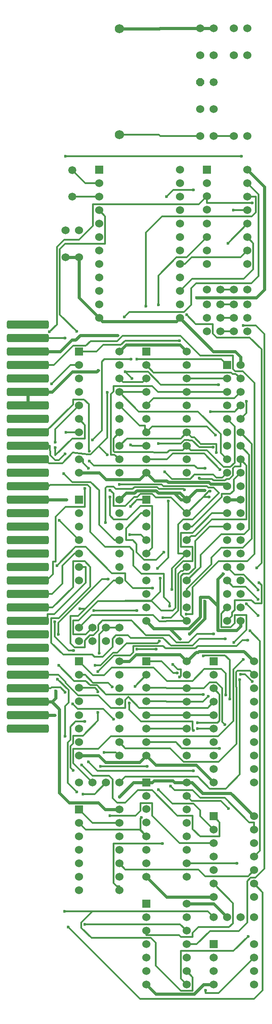
<source format=gbl>
G04 Layer_Physical_Order=2*
G04 Layer_Color=16711680*
%FSLAX44Y44*%
%MOMM*%
G71*
G01*
G75*
G04:AMPARAMS|DCode=10|XSize=1.57mm|YSize=8mm|CornerRadius=0.3925mm|HoleSize=0mm|Usage=FLASHONLY|Rotation=90.000|XOffset=0mm|YOffset=0mm|HoleType=Round|Shape=RoundedRectangle|*
%AMROUNDEDRECTD10*
21,1,1.5700,7.2150,0,0,90.0*
21,1,0.7850,8.0000,0,0,90.0*
1,1,0.7850,3.6075,0.3925*
1,1,0.7850,3.6075,-0.3925*
1,1,0.7850,-3.6075,-0.3925*
1,1,0.7850,-3.6075,0.3925*
%
%ADD10ROUNDEDRECTD10*%
%ADD11C,0.6000*%
%ADD12C,0.3000*%
%ADD13C,1.5240*%
%ADD14R,1.5240X1.5240*%
%ADD15C,1.5000*%
%ADD16P,1.6236X8X202.5*%
%ADD17C,1.7500*%
%ADD18C,0.6000*%
D10*
X43180Y787400D02*
D03*
Y736600D02*
D03*
Y762000D02*
D03*
Y863600D02*
D03*
Y889000D02*
D03*
Y812800D02*
D03*
Y838200D02*
D03*
Y584200D02*
D03*
Y609600D02*
D03*
Y533400D02*
D03*
Y558800D02*
D03*
Y685800D02*
D03*
Y711200D02*
D03*
Y635000D02*
D03*
Y660400D02*
D03*
Y1168400D02*
D03*
Y1193800D02*
D03*
Y1117600D02*
D03*
Y1143000D02*
D03*
Y1270000D02*
D03*
Y1295400D02*
D03*
Y1219200D02*
D03*
Y1244600D02*
D03*
Y965200D02*
D03*
Y990600D02*
D03*
Y914400D02*
D03*
Y939800D02*
D03*
Y1066800D02*
D03*
Y1092200D02*
D03*
Y1016000D02*
D03*
Y1041400D02*
D03*
D11*
X419100Y965200D02*
X444500D01*
X43180Y1143000D02*
Y1168400D01*
X114300Y1422400D02*
X139700D01*
X368300Y1854200D02*
X393700D01*
X215900Y1853540D02*
X291593D01*
X292253Y1854200D01*
X368300D01*
X88901Y584200D02*
X96013Y591312D01*
Y604521D01*
X323802Y1301702D02*
X330200Y1308100D01*
X184198Y1301702D02*
X323802D01*
X177800Y1308100D02*
X184198Y1301702D01*
X254001Y1003301D02*
X266700Y1016000D01*
X190170Y1003301D02*
X254001D01*
X177471Y1016000D02*
X190170Y1003301D01*
X139700Y1016000D02*
X177471D01*
X43180Y965200D02*
X115825D01*
X330200Y673101D02*
X342900Y660400D01*
X247397Y673101D02*
X330200D01*
X234697Y660400D02*
X247397Y673101D01*
X215900Y660400D02*
X234697D01*
X280355Y722945D02*
X310328D01*
X141987Y1275589D02*
X212599D01*
X133097Y1266699D02*
X141987Y1275589D01*
X125985Y1266699D02*
X133097D01*
X103886Y1244600D02*
X125985Y1266699D01*
X43180Y1244600D02*
X103886D01*
X444500Y726441D02*
Y736600D01*
X319754Y977773D02*
X332327Y965200D01*
X342900D01*
X330200Y977901D02*
X342900Y965200D01*
X284321Y982821D02*
X289241Y977901D01*
X249080Y982821D02*
X284321D01*
X244160Y977901D02*
X249080Y982821D01*
X228601Y977901D02*
X244160D01*
X215900Y965200D02*
X228601Y977901D01*
X342900Y431800D02*
X352741D01*
X372681Y411861D01*
X426340D01*
X469900Y368300D01*
X450797Y679503D02*
X469900Y660400D01*
X365784Y679503D02*
X450797D01*
X364302Y678021D02*
X365784Y679503D01*
X360521Y678021D02*
X364302D01*
X342900Y660400D02*
X360521Y678021D01*
X414570Y995130D02*
X419100Y990600D01*
X411321Y995130D02*
X414570D01*
X411321Y995129D02*
Y995130D01*
X387523Y995129D02*
X411321D01*
X384487Y998166D02*
X387523Y995129D01*
X307872Y998166D02*
X384487D01*
X305217Y1000822D02*
X307872Y998166D01*
X281879Y1000822D02*
X305217D01*
X266700Y1016000D02*
X281879Y1000822D01*
X43180Y558800D02*
X63501D01*
X347033Y722885D02*
X368683Y744535D01*
Y782193D01*
X384683D01*
X401321Y765555D01*
Y718821D02*
Y765555D01*
Y718821D02*
X436880D01*
X444500Y726441D01*
X320017Y431800D02*
X342900D01*
X316704Y435113D02*
X320017Y431800D01*
X281264Y435113D02*
X316704D01*
X277950Y431800D02*
X281264Y435113D01*
X266700Y431800D02*
X277950D01*
X215900Y405131D02*
X242570Y431800D01*
X266700D01*
X342900Y203200D02*
X393700D01*
X419100Y177800D01*
X43180Y584200D02*
X88901D01*
X102617Y412497D02*
X121413Y393701D01*
X176023D01*
X188723Y381000D01*
X215900D01*
X342900Y965200D02*
X361443Y983743D01*
X376683D01*
Y741221D02*
Y774193D01*
X347727Y712265D02*
X376683Y741221D01*
X215900Y1244600D02*
X228601Y1257301D01*
X330200D01*
X342900Y1244600D01*
X457200Y1587500D02*
X489030Y1555670D01*
Y1361441D02*
Y1555670D01*
X473790Y1346201D02*
X489030Y1361441D01*
X361189Y1346201D02*
X473790D01*
X43180Y1168400D02*
X88901D01*
X127001Y1206501D01*
X172975D01*
X176023Y1209549D01*
X139700Y1346200D02*
X177800Y1308100D01*
X139700Y1346200D02*
Y1422400D01*
X444500Y1219200D02*
Y1234530D01*
X434025Y1245005D02*
X444500Y1234530D01*
X393295Y1245005D02*
X434025D01*
X330200Y1308100D02*
X393295Y1245005D01*
X266700Y254000D02*
X304800Y215900D01*
X393700D01*
X374650Y50800D02*
X393700D01*
X357030Y33180D02*
X374650Y50800D01*
X284321Y33180D02*
X357030D01*
X266700Y50800D02*
X284321Y33180D01*
X254001Y469901D02*
X266700Y482600D01*
X189819Y469901D02*
X254001D01*
X177119Y482600D02*
X189819Y469901D01*
X139700Y482600D02*
X177119D01*
X266700D02*
X284321Y464980D01*
X360521D01*
X393700Y431800D01*
X289241Y977901D02*
X330200D01*
X280416Y722885D02*
X310389D01*
X347033D01*
X266700Y736600D02*
X280355Y722945D01*
X280416Y722885D01*
X310328Y722945D02*
X310389Y722885D01*
X330201Y703073D01*
X401321Y765555D02*
Y815341D01*
X88901Y584200D02*
X102617Y570484D01*
Y412497D02*
Y570484D01*
X72390Y558800D02*
X93980D01*
X411480Y825500D02*
X411480D01*
X401321Y815341D02*
X411480Y825500D01*
D12*
X127000Y1536700D02*
X177800D01*
X393700Y1651000D02*
X431800D01*
X406400Y1282700D02*
X431800D01*
X266700Y610400D02*
X304293D01*
X305093Y609600D01*
X342900D01*
X406400Y1308100D02*
X431800D01*
X266700Y585400D02*
X304039D01*
X305238Y584200D01*
X342900D01*
Y1168400D02*
X419100D01*
X406400Y1333500D02*
X431800D01*
X342900Y558800D02*
X393700D01*
X266700D02*
X342900D01*
X406400Y1361440D02*
X431800D01*
X342900Y1193800D02*
X419100D01*
X266700Y533400D02*
X342900D01*
X190500Y723900D02*
X215900D01*
Y1168400D02*
X266700D01*
X215900Y1653540D02*
X290577D01*
X293117Y1651000D01*
X368300D01*
X260200Y1187300D02*
X266700Y1193800D01*
X222400Y1187300D02*
X260200D01*
X215900Y1193800D02*
X222400Y1187300D01*
X373126Y584200D02*
X383795Y594869D01*
X342900Y584200D02*
X373126D01*
X365976Y1522477D02*
X381000Y1537500D01*
X165609Y1522477D02*
X365976D01*
X165609Y1481837D02*
Y1522477D01*
X139701Y1455929D02*
X165609Y1481837D01*
X111761Y1455929D02*
X139701D01*
X98045Y1442213D02*
X111761Y1455929D01*
X98045Y1296163D02*
Y1442213D01*
X84075Y1282193D02*
X98045Y1296163D01*
X165100Y355600D02*
X215900D01*
X139700Y381000D02*
X165100Y355600D01*
X118524Y431387D02*
X135891Y414021D01*
X118524Y431387D02*
Y507552D01*
X123445Y512472D01*
Y537465D01*
X133351Y547371D01*
X150877D01*
X43180Y736600D02*
X79756D01*
X80667Y737512D01*
Y750052D01*
X93209D01*
X152147Y808991D01*
Y838200D01*
X139700D02*
X152147D01*
X100839Y711200D02*
Y733578D01*
X183284Y816023D01*
X195098D01*
X186761Y488951D02*
X209550D01*
X215900Y482600D01*
X330200Y1358900D02*
X353315Y1382015D01*
X450851D01*
X468377Y1399541D01*
Y1449324D01*
X457200Y1460500D02*
X468377Y1449324D01*
X431293Y114301D02*
X458725Y141733D01*
X331725Y114301D02*
X431293D01*
X331725Y61976D02*
Y114301D01*
Y61976D02*
X342900Y50800D01*
X215900Y1143000D02*
X253846Y1105054D01*
X263827Y1105054D01*
Y1095073D02*
Y1105054D01*
Y1095073D02*
X266700Y1092200D01*
X123698Y1219200D02*
X139700D01*
X88139Y1183641D02*
X123698Y1219200D01*
X206756Y1050545D02*
X215900Y1041400D01*
X199645Y1050545D02*
X206756D01*
X199645D02*
Y1164845D01*
X204725Y1169925D01*
Y1179577D01*
X277877D01*
X289053Y1168400D01*
X342900D01*
X94997Y1098297D02*
X139700Y1143000D01*
X94997Y1073913D02*
Y1098297D01*
X331725Y747776D02*
X342900Y736600D01*
X331725Y747776D02*
Y820660D01*
X336565Y825501D01*
X347473D01*
X359021Y837048D01*
Y887595D01*
X385826Y914400D01*
X419100D01*
X444500Y1066800D02*
X460757Y1050544D01*
Y909321D02*
Y1050544D01*
X451613Y900177D02*
X460757Y909321D01*
X407980Y900177D02*
X451613D01*
X369063Y861259D02*
X407980Y900177D01*
X369063Y838963D02*
Y861259D01*
X342900Y812800D02*
X369063Y838963D01*
X139700Y723900D02*
X163831Y748031D01*
X279608D01*
X291442Y736196D01*
X304443D01*
X304847Y736600D01*
X342900D01*
X227020Y1206501D02*
X239720Y1193801D01*
X239777D01*
X237237Y1068833D02*
X239269Y1066800D01*
X266700D01*
X227020Y1206501D02*
X269749D01*
X293625Y1182625D01*
X402845D01*
X435276Y1203024D02*
X444500Y1193800D01*
X428959Y1203024D02*
X435276D01*
X426499Y1205485D02*
X428959Y1203024D01*
X280416Y1205485D02*
X426499D01*
X266700Y1219200D02*
X280416Y1205485D01*
X444500Y1092200D02*
X465837Y1070864D01*
Y891541D02*
Y1070864D01*
X449073Y874777D02*
X465837Y891541D01*
X407925Y874777D02*
X449073D01*
X389472Y856324D02*
X407925Y874777D01*
X389472Y843624D02*
Y856324D01*
X342900Y797052D02*
X389472Y843624D01*
X342900Y787400D02*
Y797052D01*
X444500Y1041400D02*
X455677Y1030224D01*
Y928625D02*
Y1030224D01*
X390563Y928625D02*
X455677D01*
X359165Y897227D02*
X390563Y928625D01*
X351127Y897227D02*
X359165D01*
X342900Y889000D02*
X351127Y897227D01*
X362101Y712458D02*
X393700D01*
X346216Y696572D02*
X362101Y712458D01*
X323700Y696572D02*
X346216D01*
X310138Y710135D02*
X323700Y696572D01*
X265988Y710135D02*
X310138D01*
X238507Y737617D02*
X265988Y710135D01*
X184151Y737617D02*
X238507D01*
X176220Y729686D02*
X184151Y737617D01*
X176220Y719294D02*
Y729686D01*
X166547Y709620D02*
X176220Y719294D01*
X160494Y709620D02*
X166547D01*
X150877Y700003D02*
X160494Y709620D01*
X150877Y687325D02*
Y700003D01*
X130890Y687325D02*
X150877D01*
X123524Y694691D02*
X130890Y687325D01*
X123524Y694691D02*
Y746263D01*
X138187D01*
X204724Y812800D02*
X215900D01*
X141470Y759960D02*
X151884D01*
X458725Y255525D02*
X469900Y266700D01*
X377953Y255525D02*
X458725D01*
X365253Y268225D02*
X377953Y255525D01*
X227076Y268225D02*
X365253D01*
X215900Y279400D02*
X227076Y268225D01*
X115063Y1092200D02*
X139700D01*
X115063D02*
Y1092201D01*
X139700Y1117600D02*
X150877Y1106424D01*
Y1081025D02*
Y1106424D01*
X127001Y1081025D02*
X150877D01*
X94997Y1049021D02*
X127001Y1081025D01*
X94997Y1049021D02*
Y1063499D01*
X198121Y369317D02*
X246091D01*
X255580Y378806D01*
Y392920D01*
X277820D01*
Y369317D02*
Y392920D01*
Y369317D02*
X329637Y317500D01*
X393700D01*
X297943Y742697D02*
X313070D01*
X326724Y756351D01*
Y825660D01*
X331645Y830581D01*
X335281D01*
X342900Y838200D01*
X204780Y1081080D02*
X215900Y1092200D01*
X204780Y1057243D02*
Y1081080D01*
Y1057243D02*
X206343Y1055680D01*
X279862D01*
X281374Y1054168D01*
X305669D01*
X310380Y1058879D01*
X334979D01*
X342900Y1066800D01*
X215900D02*
X230125Y1081025D01*
X331725D01*
X342900Y1092200D01*
X452903Y636271D02*
X466873Y622301D01*
X444755Y636271D02*
X452903D01*
X419100Y736600D02*
X428380Y745880D01*
Y752720D01*
X433325Y757665D01*
Y775688D01*
X465310D01*
X471274Y769724D01*
X484275D01*
Y804626D01*
X479656Y809245D02*
X484275Y804626D01*
X301753Y1018033D02*
X314905Y1004880D01*
X349611D01*
X357611Y1012880D01*
X392774D01*
X399024Y1006630D01*
X409730D01*
X419100Y1016000D01*
X342900Y914400D02*
X352793D01*
X409011Y970619D01*
Y976377D01*
X425451D01*
X431801Y982727D01*
Y1003301D01*
X444500Y1016000D01*
X342900Y1066800D02*
X350963Y1058738D01*
X380832D01*
X412393Y1027177D01*
X425451D01*
X433325Y1035051D01*
Y1103376D01*
X419100Y1117600D02*
X433325Y1103376D01*
X342900Y1092200D02*
X352180Y1082921D01*
X357229D01*
X369338Y1070812D01*
X399185D01*
Y1054101D02*
Y1070812D01*
X43180Y1092200D02*
X75439D01*
X128525Y1145286D01*
Y1154177D01*
X149353D01*
X157989Y1145541D01*
Y1058419D02*
Y1145541D01*
Y1058419D02*
X159005Y1057403D01*
Y1038607D02*
X167387Y1030225D01*
X357379D01*
X362967Y1024637D01*
X378036D01*
X373889Y671323D02*
X374086Y671520D01*
X415347D01*
X423927Y662941D01*
Y589535D02*
Y662941D01*
X393700Y241300D02*
X430277Y204724D01*
Y166625D02*
Y204724D01*
X422911Y159259D02*
X430277Y166625D01*
X364745Y159259D02*
X422911D01*
X353823Y148337D02*
X364745Y159259D01*
X353823Y141280D02*
Y148337D01*
X331780Y141280D02*
X353823D01*
X328533Y144527D02*
X331780Y141280D01*
X266700Y144527D02*
Y152400D01*
X373889Y970789D02*
X385065D01*
X420680Y1449380D02*
X457200Y1485900D01*
X449581Y1293877D02*
X473203D01*
X489459Y1277621D01*
Y269241D02*
Y1277621D01*
X472695Y252477D02*
X489459Y269241D01*
X463551Y252477D02*
X472695D01*
X456947Y245873D02*
X463551Y252477D01*
X456947Y167641D02*
Y245873D01*
X441453Y152147D02*
X456947Y167641D01*
X387097Y152147D02*
X441453D01*
X361951Y127000D02*
X387097Y152147D01*
X342900Y127000D02*
X361951D01*
X139700Y610400D02*
X170046D01*
X175261Y605185D01*
Y603251D02*
Y605185D01*
Y641097D02*
X205741Y671577D01*
X235967D01*
X242063Y677673D01*
Y689761D01*
X298297D01*
X303020Y685039D01*
X359284D01*
X363802Y689557D01*
X436573D01*
X447549Y700533D01*
X457963D01*
X381000Y1525525D02*
X466345D01*
X381000D02*
Y1537500D01*
X144781Y464821D02*
X164847Y444755D01*
X196851D01*
X203455Y438151D01*
Y402591D02*
Y438151D01*
Y402591D02*
X211837Y394209D01*
X227268D01*
X250580Y417520D01*
X277820D01*
X325516Y369825D01*
X354020D01*
Y344481D02*
Y369825D01*
Y344481D02*
X368301Y330201D01*
X404877D01*
Y357124D01*
X393700Y368300D02*
X404877Y357124D01*
X469900Y241300D02*
X486157Y225044D01*
Y40387D02*
Y225044D01*
X469901Y24131D02*
X486157Y40387D01*
X254763Y24131D02*
X469901D01*
X119127Y159767D02*
X254763Y24131D01*
X190837Y598480D02*
X373889D01*
X173866Y615452D02*
X190837Y598480D01*
X160792Y615452D02*
X173866D01*
X152419Y623825D02*
X160792Y615452D01*
X130581Y623825D02*
X152419D01*
X101347Y653059D02*
X130581Y623825D01*
X382525Y573025D02*
X393700Y584200D01*
X252985Y573025D02*
X382525D01*
X232530Y593480D02*
X252985Y573025D01*
X227020Y587971D02*
X232530Y593480D01*
X227020Y573080D02*
Y587971D01*
X199780Y573080D02*
X227020D01*
X176213Y596647D02*
X199780Y573080D01*
X137669Y596647D02*
X176213D01*
X114294Y620021D02*
X137669Y596647D01*
X114294Y620021D02*
Y621545D01*
X100839Y635000D02*
X114294Y621545D01*
X43180Y635000D02*
X100839D01*
X43180Y609600D02*
X86421D01*
X88082Y611261D01*
X104766D01*
X113285Y602743D01*
X43180Y990600D02*
X82551D01*
X85599Y993649D01*
X155957D01*
X160783Y988823D01*
Y904241D02*
Y988823D01*
Y904241D02*
X188723Y876301D01*
X235205D01*
X242571Y868935D01*
Y840741D02*
Y868935D01*
Y840741D02*
X257557Y825755D01*
X299721D01*
Y781559D02*
Y825755D01*
Y781559D02*
X310643Y770637D01*
Y765049D02*
Y770637D01*
X316485Y655067D02*
X326240Y645311D01*
X331621D01*
Y632865D02*
Y645311D01*
X329693Y630937D02*
X331621Y632865D01*
X204725Y317247D02*
X297181D01*
X204725Y242825D02*
Y317247D01*
Y242825D02*
X210821Y236729D01*
X215900Y228600D02*
Y236729D01*
X43180Y1219200D02*
X91948D01*
X128525Y1255777D01*
X152655D01*
X161545Y1264667D01*
X211837D01*
X221743Y1274573D01*
X330709D01*
X368301Y1236981D01*
X430277D01*
Y1211835D02*
Y1236981D01*
Y1211835D02*
X434087Y1208025D01*
X448565D01*
X470917Y1185673D01*
Y863093D02*
Y1185673D01*
X457201Y849377D02*
X470917Y863093D01*
X403099Y849377D02*
X457201D01*
X354077Y800355D02*
X403099Y849377D01*
X354077Y749301D02*
Y800355D01*
X341885Y749301D02*
X354077D01*
X289561Y418847D02*
X316231Y392177D01*
X355601D01*
X368301Y379477D01*
Y368300D02*
Y379477D01*
Y368300D02*
X393700Y342900D01*
X215900Y508000D02*
X227076Y496825D01*
X312062D01*
X337407Y471480D01*
X403408D01*
X437135Y505207D01*
Y611273D01*
X436119Y612290D02*
X437135Y611273D01*
X436119Y612290D02*
Y640135D01*
X438755Y642771D01*
X462129D01*
X469900Y635000D01*
X407925Y750825D02*
X419100Y762000D01*
X407925Y725425D02*
Y750825D01*
Y725425D02*
X426014D01*
X433380Y732791D01*
Y747777D01*
X455677D01*
Y719837D02*
Y747777D01*
X432055Y696215D02*
X455677Y719837D01*
X442723Y447041D02*
Y626111D01*
X416307Y420625D02*
X442723Y447041D01*
X386335Y420625D02*
X416307D01*
X363983Y442977D02*
X386335Y420625D01*
X227077Y442977D02*
X363983D01*
X215900Y431800D02*
X227077Y442977D01*
X393700Y609600D02*
X404877Y598424D01*
Y548641D02*
Y598424D01*
X401067Y544831D02*
X404877Y548641D01*
X363475Y544831D02*
X401067D01*
X430785Y1511300D02*
X457200D01*
X206995Y889000D02*
X215900D01*
X177547Y918449D02*
X206995Y889000D01*
X177547Y918449D02*
Y982981D01*
X161799Y998729D02*
X177547Y982981D01*
X127001Y998729D02*
X161799D01*
X110745Y1014985D02*
X127001Y998729D01*
X101601Y1039877D02*
X113285Y1051561D01*
X95251Y1039877D02*
X101601D01*
X85345Y1049783D02*
X95251Y1039877D01*
X84837Y1066800D02*
X85345Y1049783D01*
X43180Y1066800D02*
X84837D01*
X43180Y1041400D02*
X75439D01*
X82886Y1033952D01*
X108122D02*
X128271Y1054101D01*
X155826Y1050692D01*
X161691D01*
X177039Y1066039D01*
X193041Y1050037D01*
X194889Y620452D02*
X202439Y612903D01*
X165974Y620452D02*
X194889D01*
X151426Y635000D02*
X165974Y620452D01*
X139700Y635000D02*
X151426D01*
X82886Y1033952D02*
X108122D01*
X193041Y1082041D02*
Y1167639D01*
X366984Y702819D02*
X415799D01*
X354284Y690119D02*
X366984Y702819D01*
X312929Y690119D02*
X354284D01*
X297943Y705105D02*
X312929Y690119D01*
X236983Y705105D02*
X297943D01*
X232411Y709677D02*
X236983Y705105D01*
X209551Y709677D02*
X232411D01*
X202947Y703073D02*
X209551Y709677D01*
X202947Y688008D02*
Y703073D01*
X184483Y669545D02*
X202947Y688008D01*
X168403Y669545D02*
X184483D01*
X164847Y673101D02*
X168403Y669545D01*
X109729Y673101D02*
X164847D01*
X87377Y695453D02*
X109729Y673101D01*
X87377Y695453D02*
Y741831D01*
X101822D01*
X161291Y801300D01*
Y838963D01*
X150877Y849377D02*
X161291Y838963D01*
X128525Y849377D02*
X150877D01*
X128525Y800863D02*
Y849377D01*
X89662Y762000D02*
X128525Y800863D01*
X43180Y762000D02*
X89662D01*
X130905Y863600D02*
X139700D01*
X108587Y841282D02*
X130905Y863600D01*
X108587Y807086D02*
Y841282D01*
X88901Y787400D02*
X108587Y807086D01*
X43180Y787400D02*
X88901D01*
X455677Y769113D02*
X477521Y747269D01*
X177800Y1511300D02*
X188977Y1500124D01*
Y1447801D02*
Y1500124D01*
X113285Y1447801D02*
X188977D01*
X103125Y1437641D02*
X113285Y1447801D01*
X103125Y1314705D02*
Y1437641D01*
Y1314705D02*
X135129Y1282701D01*
X139700Y1041400D02*
X147321D01*
Y1035305D02*
X157481Y1025145D01*
X241301Y798831D02*
X278639D01*
X227077Y813055D02*
X241301Y798831D01*
X227077Y813055D02*
Y827025D01*
X201677D02*
X227077D01*
X152401Y876301D02*
X201677Y827025D01*
X133097Y876301D02*
X152401D01*
X98045Y841249D02*
X133097Y876301D01*
X469900Y342900D02*
Y357125D01*
X461011D02*
X469900D01*
X415037Y403099D02*
X461011Y357125D01*
X368244Y403099D02*
X415037D01*
X353823Y417520D02*
X368244Y403099D01*
X320097Y417520D02*
X353823D01*
X312167Y425451D02*
X320097Y417520D01*
X317501Y638811D02*
X325121D01*
X295911Y660400D02*
X317501Y638811D01*
X266700Y660400D02*
X295911D01*
X185156Y570668D02*
X204725Y551100D01*
X137485Y570668D02*
X185156D01*
X128017Y580137D02*
X137485Y570668D01*
X120651Y680975D02*
X129287D01*
X94235Y707391D02*
X120651Y680975D01*
X94235Y707391D02*
Y735331D01*
X266700Y508000D02*
X322835D01*
X334010Y496825D01*
X404877D01*
X416561Y597409D02*
Y637541D01*
X407925Y646177D02*
X416561Y637541D01*
X376372Y646177D02*
X407925D01*
X354020Y623825D02*
X376372Y646177D01*
X305563Y623825D02*
X354020D01*
X280163Y649225D02*
X305563Y623825D01*
X201931Y649225D02*
X280163D01*
X187199Y634493D02*
X201931Y649225D01*
X165608Y634493D02*
X187199D01*
X139700Y660400D02*
X165608Y634493D01*
X43180Y1270000D02*
X113793D01*
X102363Y926338D02*
X139700Y889000D01*
X127000Y1586700D02*
X151600Y1562100D01*
X177800D01*
X444501Y1422401D02*
X457200Y1435100D01*
X352444Y1422401D02*
X444501D01*
X339743Y1409700D02*
X352444Y1422401D01*
X330200Y1409700D02*
X339743D01*
X43180Y812800D02*
X78741D01*
X90586Y824645D01*
X90586Y848754D02*
X90586Y824645D01*
X90586Y848754D02*
X95759D01*
Y933705D01*
X114301Y952247D01*
X150877D01*
Y987125D01*
X285497Y852425D02*
X299975Y866903D01*
X248413Y866141D02*
Y882143D01*
X228855Y889255D02*
Y911762D01*
X180595Y462535D02*
X268225D01*
X170181Y653035D02*
X180127D01*
X203749Y676657D01*
X211583D01*
X229871Y694945D01*
X287783D01*
X291339Y698501D01*
X262129Y852425D02*
X285497D01*
X248413Y866141D02*
X262129Y852425D01*
X241301Y889255D02*
X248413Y882143D01*
X228855Y889255D02*
X241301D01*
X228855Y911762D02*
X256893Y939800D01*
X266700D01*
X342900Y609600D02*
X375074D01*
X386251Y620777D01*
X399035D01*
X409957Y609855D01*
Y546355D02*
Y609855D01*
Y546355D02*
X414529Y541783D01*
X326645Y863600D02*
X342900D01*
X326645D02*
Y918719D01*
X336551Y928625D01*
X354123D01*
X404011Y978512D01*
X393894Y988629D02*
X404011Y978512D01*
X383226Y988629D02*
X393894D01*
X381023Y990832D02*
X383226Y988629D01*
X299310Y990832D02*
X381023D01*
X295821Y994321D02*
X299310Y990832D01*
X215901Y994321D02*
X295821D01*
X314961Y796037D02*
Y835661D01*
X342900Y863600D01*
X384811Y981711D02*
X387364D01*
X198375Y983489D02*
X204725Y977139D01*
Y954080D02*
Y977139D01*
Y954080D02*
X227077D01*
X243785Y970789D01*
X249993D01*
X255525Y976320D01*
X277877D01*
X284424Y969773D01*
X312928D01*
X342900Y939800D01*
X175007Y774193D02*
X275337D01*
X292863Y791719D02*
Y817095D01*
X152401Y711201D02*
X165100Y723900D01*
X128525Y711201D02*
X152401D01*
X128525D02*
Y738125D01*
X138939D01*
X175007Y774193D01*
X276317Y775173D01*
X294720Y756770D01*
X317143D01*
X321565Y761192D01*
Y835153D01*
X335789Y849377D01*
X354020D01*
Y876301D01*
X331725D02*
X354020D01*
X331725D02*
Y903225D01*
X354077D01*
X390652Y939800D01*
X419100D01*
Y838200D02*
X433324Y823977D01*
X450343D01*
X477775Y796545D01*
Y795529D02*
Y796545D01*
X342900Y279400D02*
X437897D01*
X248961Y965200D02*
X266700D01*
X236983Y953222D02*
X248961Y965200D01*
X382524Y188977D02*
X393700Y177800D01*
X165101Y188977D02*
X382524D01*
X144273Y168149D02*
X165101Y188977D01*
X144273Y158243D02*
Y168149D01*
Y158243D02*
X163577Y138939D01*
X275337D01*
X284735Y129541D01*
Y86670D02*
Y129541D01*
Y86670D02*
X331725Y39680D01*
X354077D01*
Y65024D01*
X342900Y76200D02*
X354077Y65024D01*
X123524Y459915D02*
X128525Y454915D01*
X123524Y459915D02*
Y500635D01*
X128525Y505635D01*
Y520447D01*
X147067D01*
X175261Y548641D01*
Y564135D01*
X177801Y676403D02*
Y711201D01*
X190500Y723900D01*
X225045Y1309879D02*
X234951Y1319785D01*
X337821D01*
X351237Y1333201D01*
Y1363935D01*
X360681Y1373379D01*
X464567D01*
X478029Y1386841D01*
Y1541272D01*
X457200Y1562100D02*
X478029Y1541272D01*
X342900Y406400D02*
X352044Y397257D01*
X407148D01*
X421387Y383018D01*
X255525Y341376D02*
X266700Y330200D01*
X255525Y364491D02*
X257303Y366269D01*
X248667Y683261D02*
X285751D01*
X167895Y756159D02*
X248667D01*
X165101Y1078231D02*
X182627Y1095757D01*
Y1225805D01*
X187199Y1230377D01*
X238253D01*
X265685Y1330453D02*
Y1469645D01*
X296165Y1500125D01*
X465583D01*
X472949Y1507491D01*
Y1536700D01*
X457200D02*
X472949D01*
X255525Y342901D02*
X266700Y330200D01*
X152400Y342901D02*
X255525D01*
X139700Y355600D02*
X152400Y342901D01*
X403099Y34799D02*
X469900Y101600D01*
X378461Y34799D02*
X403099D01*
X378461D02*
Y40387D01*
X337313Y985775D02*
X338837Y984251D01*
X290821Y985775D02*
X337313D01*
X287275Y989321D02*
X290821Y985775D01*
X244348Y989321D02*
X287275D01*
X240801Y985775D02*
X244348Y989321D01*
X208994Y985775D02*
X240801D01*
X204780Y989989D02*
X208994Y985775D01*
X191874Y989989D02*
X204780D01*
X189485Y987599D02*
X191874Y989989D01*
X189485Y922275D02*
Y987599D01*
X354077Y531623D02*
X355347Y530353D01*
X354077Y531623D02*
Y547625D01*
X256287D02*
X354077D01*
X234443Y569469D02*
X256287Y547625D01*
X234443Y569469D02*
Y581661D01*
X245364Y613664D02*
X266700Y635000D01*
X287783Y836169D02*
X308357Y856743D01*
Y963169D01*
X289307Y1332739D02*
Y1387857D01*
X323851Y1422401D01*
X342901D01*
X381000Y1460500D01*
X363036Y533400D02*
X393700D01*
X174499Y454407D02*
X355601D01*
X157481Y471425D02*
X174499Y454407D01*
X113285Y519431D02*
Y576327D01*
X119889Y582931D01*
Y606299D01*
X99315Y626873D02*
X119889Y606299D01*
X453920Y801625D02*
X477775Y777770D01*
X430276Y801625D02*
X453920D01*
X419100Y812800D02*
X430276Y801625D01*
X469900Y292100D02*
X481077Y303277D01*
Y699263D01*
X462281Y718059D02*
X481077Y699263D01*
X474981Y836931D02*
X484458Y846408D01*
Y1248818D01*
X461751Y1271525D02*
X484458Y1248818D01*
X399543Y1271525D02*
X461751D01*
X392177Y1278891D02*
X399543Y1271525D01*
X392177Y1278891D02*
Y1296925D01*
X359919D02*
X392177D01*
X342647Y1314197D02*
X359919Y1296925D01*
X226569Y1265429D02*
X329185D01*
X218695Y1257555D02*
X226569Y1265429D01*
X185421Y1257555D02*
X218695D01*
X172466Y1244600D02*
X185421Y1257555D01*
X139700Y1244600D02*
X172466D01*
X330454Y164847D02*
X342900Y152400D01*
X150877Y164847D02*
X330454D01*
X169165Y410465D02*
X190500Y431800D01*
X147321Y410465D02*
X169165D01*
X128525Y468376D02*
X165100Y431800D01*
X128525Y468376D02*
Y495555D01*
X176023D01*
X199645Y519177D01*
X402337D01*
X431118Y547958D01*
Y645469D01*
X449835Y664185D01*
X215900Y1168400D02*
X252476Y1131825D01*
X364185D01*
X406909Y1089101D01*
Y1053592D02*
Y1089101D01*
Y1053592D02*
X419100Y1041400D01*
X266700Y863600D02*
X277877Y874777D01*
Y953771D01*
X255573D02*
X277877D01*
X230482Y928680D02*
X255573Y953771D01*
X205293Y928680D02*
X230482D01*
X197983Y935991D02*
X205293Y928680D01*
X197983Y935991D02*
Y970780D01*
X266700Y1092200D02*
X277877Y1103377D01*
X380747D01*
X397003Y1087121D01*
X266700Y1143000D02*
X280417Y1156717D01*
X432817D01*
X444500Y1168400D01*
X235447Y899161D02*
X256540D01*
X266700Y889000D01*
X289561Y1071373D02*
X331725D01*
X338329Y1077977D01*
X346711D01*
X346965Y1077723D01*
X352807D01*
X366269Y1064261D01*
X392685D01*
X387953Y1131825D02*
X433325D01*
X444500Y1143000D01*
Y1117600D02*
X455677Y1128777D01*
Y1150875D01*
X375667Y1052831D02*
X405893Y1022605D01*
X316993Y1052831D02*
X375667D01*
X305562Y1041400D02*
X316993Y1052831D01*
X266700Y1041400D02*
X305562D01*
X444500Y1028121D02*
Y1041400D01*
X433467Y1028121D02*
X444500D01*
X430220Y1024875D02*
X433467Y1028121D01*
X430220Y1011394D02*
Y1024875D01*
X423707Y1004880D02*
X430220Y1011394D01*
X418033Y1004880D02*
X423707D01*
X414783Y1001630D02*
X418033Y1004880D01*
X393955Y1001630D02*
X414783D01*
X390704Y1004880D02*
X393955Y1001630D01*
X366523Y1004880D02*
Y1006349D01*
X407924Y1230377D02*
X419100Y1219200D01*
X248921Y1230377D02*
X407924D01*
X177039Y1066039D02*
X193041Y1082041D01*
X147321Y1035305D02*
Y1041400D01*
X138187Y746263D02*
X151884Y759960D01*
X204724Y812800D01*
X210821Y236729D02*
X215900D01*
X266700Y144527D02*
X328533D01*
X342900Y939800D02*
X373889Y970789D01*
X384811Y981711D01*
X275337Y774193D02*
X276317Y775173D01*
X292863Y791719D01*
X112523Y188977D02*
X165101D01*
X255525Y341376D02*
Y342901D01*
Y364491D01*
X366523Y1004880D02*
X390704D01*
X317500Y1549400D02*
X355600D01*
X304800Y1536700D02*
X317500Y1549400D01*
X114300Y1612900D02*
X446080D01*
D13*
X139700Y1422400D02*
D03*
Y1473200D02*
D03*
X114300D02*
D03*
Y1422400D02*
D03*
X368300Y1854200D02*
D03*
Y1803400D02*
D03*
X393700D02*
D03*
Y1854200D02*
D03*
X139700Y698500D02*
D03*
Y723900D02*
D03*
X165100Y698500D02*
D03*
Y723900D02*
D03*
X190500Y431800D02*
D03*
X215900D02*
D03*
X165100D02*
D03*
X139700D02*
D03*
X457200Y1803400D02*
D03*
X431800D02*
D03*
X342900Y1193800D02*
D03*
Y1041400D02*
D03*
Y1117600D02*
D03*
X266700Y1193800D02*
D03*
Y1041400D02*
D03*
Y1117600D02*
D03*
X342900Y1219200D02*
D03*
Y1244600D02*
D03*
Y1143000D02*
D03*
Y1168400D02*
D03*
Y1066800D02*
D03*
Y1092200D02*
D03*
Y1016000D02*
D03*
X266700Y1219200D02*
D03*
Y1143000D02*
D03*
Y1168400D02*
D03*
Y1066800D02*
D03*
Y1092200D02*
D03*
Y1016000D02*
D03*
X457200Y1651000D02*
D03*
X431800D02*
D03*
X368300D02*
D03*
X393700D02*
D03*
X431800Y1854200D02*
D03*
X457200D02*
D03*
X368300Y1701800D02*
D03*
X393700D02*
D03*
X190500Y723900D02*
D03*
Y698500D02*
D03*
X215900Y723900D02*
D03*
Y698500D02*
D03*
X406400Y1361440D02*
D03*
X381000D02*
D03*
X431800D02*
D03*
X457200D02*
D03*
X406400Y1333500D02*
D03*
X381000D02*
D03*
X406400Y1282700D02*
D03*
X381000D02*
D03*
X406400Y1308100D02*
D03*
X381000D02*
D03*
X431800Y1333500D02*
D03*
X457200D02*
D03*
X431800Y1308100D02*
D03*
X457200D02*
D03*
X431800Y1282700D02*
D03*
X457200D02*
D03*
X266700Y762000D02*
D03*
Y812800D02*
D03*
Y787400D02*
D03*
Y736600D02*
D03*
Y838200D02*
D03*
Y889000D02*
D03*
Y863600D02*
D03*
Y939800D02*
D03*
Y914400D02*
D03*
X342900Y736600D02*
D03*
Y762000D02*
D03*
Y812800D02*
D03*
Y787400D02*
D03*
Y863600D02*
D03*
Y838200D02*
D03*
Y914400D02*
D03*
Y889000D02*
D03*
Y965200D02*
D03*
Y939800D02*
D03*
X393700Y177800D02*
D03*
X419100D02*
D03*
X444500D02*
D03*
X469900D02*
D03*
X393700Y50800D02*
D03*
Y76200D02*
D03*
Y101600D02*
D03*
X469900Y50800D02*
D03*
Y76200D02*
D03*
Y101600D02*
D03*
Y127000D02*
D03*
X266700Y76200D02*
D03*
Y101600D02*
D03*
Y50800D02*
D03*
Y127000D02*
D03*
Y152400D02*
D03*
Y177800D02*
D03*
X342900Y50800D02*
D03*
Y76200D02*
D03*
Y127000D02*
D03*
Y101600D02*
D03*
Y152400D02*
D03*
Y203200D02*
D03*
Y177800D02*
D03*
X139700Y254000D02*
D03*
Y279400D02*
D03*
Y228600D02*
D03*
Y304800D02*
D03*
Y330200D02*
D03*
Y355600D02*
D03*
X215900Y228600D02*
D03*
Y254000D02*
D03*
Y304800D02*
D03*
Y279400D02*
D03*
Y330200D02*
D03*
Y381000D02*
D03*
Y355600D02*
D03*
X177800Y1308100D02*
D03*
Y1358900D02*
D03*
Y1333500D02*
D03*
Y1384300D02*
D03*
Y1409700D02*
D03*
Y1460500D02*
D03*
Y1435100D02*
D03*
Y1511300D02*
D03*
Y1485900D02*
D03*
Y1562100D02*
D03*
Y1536700D02*
D03*
X330200Y1333500D02*
D03*
Y1308100D02*
D03*
Y1358900D02*
D03*
Y1409700D02*
D03*
Y1384300D02*
D03*
Y1460500D02*
D03*
Y1435100D02*
D03*
Y1511300D02*
D03*
Y1536700D02*
D03*
Y1485900D02*
D03*
Y1587500D02*
D03*
Y1562100D02*
D03*
X393700Y241300D02*
D03*
Y266700D02*
D03*
Y215900D02*
D03*
Y292100D02*
D03*
Y317500D02*
D03*
Y342900D02*
D03*
X469900Y215900D02*
D03*
Y241300D02*
D03*
Y292100D02*
D03*
Y266700D02*
D03*
Y317500D02*
D03*
Y368300D02*
D03*
Y342900D02*
D03*
X266700Y279400D02*
D03*
Y304800D02*
D03*
Y254000D02*
D03*
Y330200D02*
D03*
Y381800D02*
D03*
Y356800D02*
D03*
Y406400D02*
D03*
X342900Y254000D02*
D03*
Y279400D02*
D03*
Y304800D02*
D03*
Y355600D02*
D03*
Y330200D02*
D03*
Y381000D02*
D03*
Y431800D02*
D03*
Y406400D02*
D03*
X139700Y508000D02*
D03*
Y533400D02*
D03*
Y482600D02*
D03*
Y558800D02*
D03*
Y610400D02*
D03*
Y585400D02*
D03*
Y635000D02*
D03*
X215900Y482600D02*
D03*
Y508000D02*
D03*
Y533400D02*
D03*
Y584200D02*
D03*
Y558800D02*
D03*
Y609600D02*
D03*
Y660400D02*
D03*
Y635000D02*
D03*
X266700Y508000D02*
D03*
Y533400D02*
D03*
Y482600D02*
D03*
Y558800D02*
D03*
Y610400D02*
D03*
Y585400D02*
D03*
Y635000D02*
D03*
X342900Y482600D02*
D03*
Y508000D02*
D03*
Y533400D02*
D03*
Y584200D02*
D03*
Y558800D02*
D03*
Y609600D02*
D03*
Y660400D02*
D03*
Y635000D02*
D03*
X393700Y457200D02*
D03*
Y508000D02*
D03*
Y482600D02*
D03*
Y431800D02*
D03*
Y533400D02*
D03*
Y584200D02*
D03*
Y558800D02*
D03*
Y635000D02*
D03*
Y609600D02*
D03*
X469900Y431800D02*
D03*
Y457200D02*
D03*
Y508000D02*
D03*
Y482600D02*
D03*
Y558800D02*
D03*
Y533400D02*
D03*
Y609600D02*
D03*
Y584200D02*
D03*
Y660400D02*
D03*
Y635000D02*
D03*
X139700Y838200D02*
D03*
Y863600D02*
D03*
Y812800D02*
D03*
Y889000D02*
D03*
Y914400D02*
D03*
Y939800D02*
D03*
X215900Y812800D02*
D03*
Y838200D02*
D03*
Y889000D02*
D03*
Y863600D02*
D03*
Y914400D02*
D03*
Y965200D02*
D03*
Y939800D02*
D03*
X139700Y1041400D02*
D03*
Y1092200D02*
D03*
Y1066800D02*
D03*
Y1016000D02*
D03*
Y1117600D02*
D03*
Y1168400D02*
D03*
Y1143000D02*
D03*
Y1219200D02*
D03*
Y1193800D02*
D03*
X215900Y1016000D02*
D03*
Y1041400D02*
D03*
Y1092200D02*
D03*
Y1066800D02*
D03*
Y1143000D02*
D03*
Y1117600D02*
D03*
Y1193800D02*
D03*
Y1168400D02*
D03*
Y1244600D02*
D03*
Y1219200D02*
D03*
X381000Y1435100D02*
D03*
Y1460500D02*
D03*
Y1409700D02*
D03*
Y1485900D02*
D03*
Y1537500D02*
D03*
Y1512500D02*
D03*
Y1562100D02*
D03*
X457200Y1409700D02*
D03*
Y1435100D02*
D03*
Y1460500D02*
D03*
Y1511300D02*
D03*
Y1485900D02*
D03*
Y1536700D02*
D03*
Y1587500D02*
D03*
Y1562100D02*
D03*
X419100Y762000D02*
D03*
Y736600D02*
D03*
Y787400D02*
D03*
Y812800D02*
D03*
Y838200D02*
D03*
Y939800D02*
D03*
Y863600D02*
D03*
Y914400D02*
D03*
Y965200D02*
D03*
Y990600D02*
D03*
Y1041400D02*
D03*
Y1066800D02*
D03*
Y1143000D02*
D03*
Y1092200D02*
D03*
Y1117600D02*
D03*
Y1193800D02*
D03*
X444500Y787400D02*
D03*
Y736600D02*
D03*
Y762000D02*
D03*
X419100Y889000D02*
D03*
X444500Y812800D02*
D03*
Y838200D02*
D03*
Y914400D02*
D03*
Y863600D02*
D03*
Y889000D02*
D03*
Y939800D02*
D03*
Y965200D02*
D03*
X419100Y1016000D02*
D03*
X444500Y990600D02*
D03*
Y1016000D02*
D03*
X419100Y1168400D02*
D03*
X444500Y1041400D02*
D03*
Y1066800D02*
D03*
Y1143000D02*
D03*
Y1092200D02*
D03*
Y1117600D02*
D03*
Y1219200D02*
D03*
Y1168400D02*
D03*
Y1193800D02*
D03*
D14*
X266700Y1244600D02*
D03*
Y965200D02*
D03*
X393700Y127000D02*
D03*
X266700Y203200D02*
D03*
X139700Y381000D02*
D03*
X177800Y1587500D02*
D03*
X393700Y368300D02*
D03*
X266700Y431800D02*
D03*
X139700Y660400D02*
D03*
X266700D02*
D03*
X393700D02*
D03*
X139700Y965200D02*
D03*
Y1244600D02*
D03*
X381000Y1587500D02*
D03*
X419100Y1219200D02*
D03*
D15*
X127000Y1586700D02*
D03*
Y1536700D02*
D03*
X393700Y1752600D02*
D03*
D16*
X368300D02*
D03*
D17*
X215900Y1853540D02*
D03*
Y1653540D02*
D03*
D18*
X383795Y594869D02*
D03*
X84075Y1282193D02*
D03*
X96013Y604521D02*
D03*
X135891Y414021D02*
D03*
X150877Y547371D02*
D03*
X100839Y711200D02*
D03*
X195098Y816023D02*
D03*
X186761Y488951D02*
D03*
X458725Y141733D02*
D03*
X115825Y965200D02*
D03*
X88139Y1183641D02*
D03*
X94997Y1073913D02*
D03*
X330201Y703073D02*
D03*
X239777Y1193801D02*
D03*
X237237Y1068833D02*
D03*
X227020Y1206501D02*
D03*
X402845Y1182625D02*
D03*
X212599Y1275589D02*
D03*
X393700Y712458D02*
D03*
X141470Y759960D02*
D03*
X115063Y1092201D02*
D03*
X94997Y1063499D02*
D03*
X198121Y369317D02*
D03*
X297943Y742697D02*
D03*
X466873Y622301D02*
D03*
X444755Y636271D02*
D03*
X319754Y977773D02*
D03*
X479656Y809245D02*
D03*
X301753Y1018033D02*
D03*
X399185Y1054101D02*
D03*
X159005Y1057403D02*
D03*
Y1038607D02*
D03*
X378036Y1024637D02*
D03*
X373889Y671323D02*
D03*
X423927Y589535D02*
D03*
X385065Y970789D02*
D03*
X420680Y1449380D02*
D03*
X449581Y1293877D02*
D03*
X175261Y603251D02*
D03*
Y641097D02*
D03*
X457963Y700533D02*
D03*
X466345Y1525525D02*
D03*
X144781Y464821D02*
D03*
X119127Y159767D02*
D03*
X373889Y598480D02*
D03*
X101347Y653059D02*
D03*
X113285Y602743D02*
D03*
X310643Y765049D02*
D03*
X316485Y655067D02*
D03*
X329693Y630937D02*
D03*
X297181Y317247D02*
D03*
X341885Y749301D02*
D03*
X289561Y418847D02*
D03*
X432055Y696215D02*
D03*
X442723Y626111D02*
D03*
X363475Y544831D02*
D03*
X404877Y496825D02*
D03*
X430785Y1511300D02*
D03*
X215900Y405131D02*
D03*
X376683Y983743D02*
D03*
Y774193D02*
D03*
X347727Y712265D02*
D03*
X361189Y1346201D02*
D03*
X110745Y1014985D02*
D03*
X113285Y1051561D02*
D03*
X193041Y1050037D02*
D03*
X202439Y612903D02*
D03*
X193041Y1167639D02*
D03*
X415799Y702819D02*
D03*
X455677Y769113D02*
D03*
X477521Y747269D02*
D03*
X135129Y1282701D02*
D03*
X157481Y1025145D02*
D03*
X176023Y1209549D02*
D03*
X278639Y798831D02*
D03*
X98045Y841249D02*
D03*
X312167Y425451D02*
D03*
X325121Y638811D02*
D03*
X204725Y551100D02*
D03*
X128017Y580137D02*
D03*
X129287Y680975D02*
D03*
X94235Y735331D02*
D03*
X416561Y597409D02*
D03*
X113793Y1270000D02*
D03*
X102363Y926338D02*
D03*
X150877Y987125D02*
D03*
X299975Y866903D02*
D03*
X268225Y462535D02*
D03*
X180595D02*
D03*
X170181Y653035D02*
D03*
X291339Y698501D02*
D03*
X414529Y541783D02*
D03*
X215901Y994321D02*
D03*
X314961Y796037D02*
D03*
X387364Y981711D02*
D03*
X198375Y983489D02*
D03*
X292863Y817095D02*
D03*
X477775Y795529D02*
D03*
X437897Y279400D02*
D03*
X236983Y953222D02*
D03*
X112523Y188977D02*
D03*
X128525Y454915D02*
D03*
X175261Y564135D02*
D03*
X177801Y676403D02*
D03*
X225045Y1309879D02*
D03*
X421387Y383018D02*
D03*
X257303Y366269D02*
D03*
X285751Y683261D02*
D03*
X248667D02*
D03*
Y756159D02*
D03*
X167895D02*
D03*
X165101Y1078231D02*
D03*
X238253Y1230377D02*
D03*
X265685Y1330453D02*
D03*
X378461Y40387D02*
D03*
X338837Y984251D02*
D03*
X189485Y922275D02*
D03*
X355347Y530353D02*
D03*
X234443Y581661D02*
D03*
X245364Y613664D02*
D03*
X287783Y836169D02*
D03*
X308357Y963169D02*
D03*
X289307Y1332739D02*
D03*
X363036Y533400D02*
D03*
X355601Y454407D02*
D03*
X157481Y471425D02*
D03*
X113285Y519431D02*
D03*
X99315Y626873D02*
D03*
X477775Y777770D02*
D03*
X462281Y718059D02*
D03*
X474981Y836931D02*
D03*
X342647Y1314197D02*
D03*
X329185Y1265429D02*
D03*
X150877Y164847D02*
D03*
X147321Y410465D02*
D03*
X449835Y664185D02*
D03*
X197983Y970780D02*
D03*
X397003Y1087121D02*
D03*
X235447Y899161D02*
D03*
X289561Y1071373D02*
D03*
X392685Y1064261D02*
D03*
X387953Y1131825D02*
D03*
X455677Y1150875D02*
D03*
X405893Y1022605D02*
D03*
X366523Y1006349D02*
D03*
X248921Y1230377D02*
D03*
X93980Y558800D02*
D03*
X411480Y825500D02*
D03*
X355600Y1549400D02*
D03*
X304800Y1536700D02*
D03*
X114300Y1612900D02*
D03*
X446080D02*
D03*
M02*

</source>
